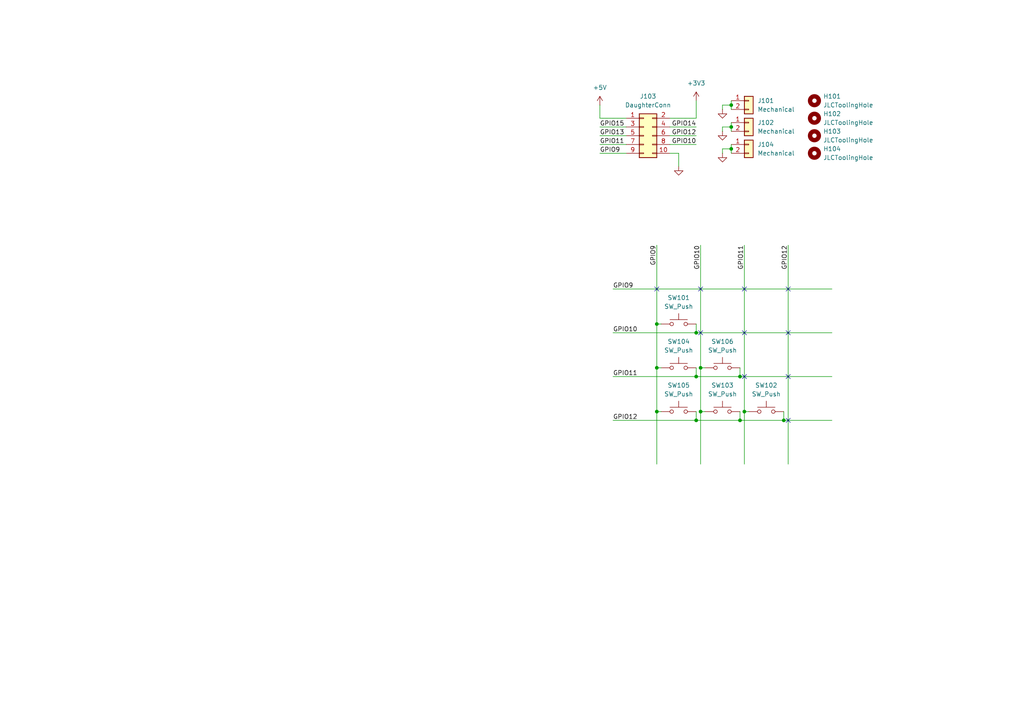
<source format=kicad_sch>
(kicad_sch (version 20231120) (generator "eeschema") (generator_version "8.0")
  (paper "A4")
  (lib_symbols
    (symbol "Connector_Generic:Conn_01x02" (pin_names (offset 1.016) hide)
      (property "Reference" "J" (at 0 2.54 0))
      (property "Value" "Conn_01x02" (at 0 -5.08 0))
      (symbol "Conn_01x02_1_1"
        (rectangle (start -1.27 -2.413) (end 0 -2.667) (stroke (width 0.1524)))
        (rectangle (start -1.27 0.127) (end 0 -0.127) (stroke (width 0.1524)))
        (rectangle (start -1.27 1.27) (end 1.27 -3.81) (stroke (width 0.254)) (fill (type background)))
        (pin passive line (at -5.08 0 0) (length 3.81) (name "Pin_1") (number "1"))
        (pin passive line (at -5.08 -2.54 0) (length 3.81) (name "Pin_2") (number "2"))
      )
    )
    (symbol "Connector_Generic:Conn_02x05_Odd_Even" (pin_names (offset 1.016) hide)
      (property "Reference" "J" (at 1.27 7.62 0))
      (property "Value" "Conn_02x05_Odd_Even" (at 1.27 -7.62 0))
      (symbol "Conn_02x05_Odd_Even_1_1"
        (rectangle (start -1.27 -4.953) (end 0 -5.207) (stroke (width 0.1524)))
        (rectangle (start -1.27 -2.413) (end 0 -2.667) (stroke (width 0.1524)))
        (rectangle (start -1.27 0.127) (end 0 -0.127) (stroke (width 0.1524)))
        (rectangle (start -1.27 2.667) (end 0 2.413) (stroke (width 0.1524)))
        (rectangle (start -1.27 5.207) (end 0 4.953) (stroke (width 0.1524)))
        (rectangle (start -1.27 6.35) (end 3.81 -6.35) (stroke (width 0.254)) (fill (type background)))
        (rectangle (start 3.81 -4.953) (end 2.54 -5.207) (stroke (width 0.1524)))
        (rectangle (start 3.81 -2.413) (end 2.54 -2.667) (stroke (width 0.1524)))
        (rectangle (start 3.81 0.127) (end 2.54 -0.127) (stroke (width 0.1524)))
        (rectangle (start 3.81 2.667) (end 2.54 2.413) (stroke (width 0.1524)))
        (rectangle (start 3.81 5.207) (end 2.54 4.953) (stroke (width 0.1524)))
        (pin passive line (at -5.08 5.08 0) (length 3.81) (name "Pin_1") (number "1"))
        (pin passive line (at 7.62 -5.08 180) (length 3.81) (name "Pin_10") (number "10"))
        (pin passive line (at 7.62 5.08 180) (length 3.81) (name "Pin_2") (number "2"))
        (pin passive line (at -5.08 2.54 0) (length 3.81) (name "Pin_3") (number "3"))
        (pin passive line (at 7.62 2.54 180) (length 3.81) (name "Pin_4") (number "4"))
        (pin passive line (at -5.08 0 0) (length 3.81) (name "Pin_5") (number "5"))
        (pin passive line (at 7.62 0 180) (length 3.81) (name "Pin_6") (number "6"))
        (pin passive line (at -5.08 -2.54 0) (length 3.81) (name "Pin_7") (number "7"))
        (pin passive line (at 7.62 -2.54 180) (length 3.81) (name "Pin_8") (number "8"))
        (pin passive line (at -5.08 -5.08 0) (length 3.81) (name "Pin_9") (number "9"))
      )
    )
    (symbol "Mechanical:MountingHole" (pin_names (offset 1.016))
      (property "Reference" "H" (at 0 5.08 0))
      (property "Value" "MountingHole" (at 0 3.175 0))
      (symbol "MountingHole_0_1"
        (circle (center 0 0) (radius 1.27) (stroke (width 1.27)))
      )
    )
    (symbol "Switch:SW_Push" (pin_numbers hide) (pin_names (offset 1.016) hide)
      (property "Reference" "SW" (at 1.27 2.54 0))
      (property "Value" "SW_Push" (at 0 -1.524 0))
      (symbol "SW_Push_0_1"
        (circle (center -2.032 0) (radius 0.508))
        (polyline (pts (xy 0 1.27) (xy 0 3.048)))
        (polyline (pts (xy 2.54 1.27) (xy -2.54 1.27)))
        (circle (center 2.032 0) (radius 0.508))
        (pin passive line (at -5.08 0 0) (length 2.54) (name "1") (number "1"))
        (pin passive line (at 5.08 0 180) (length 2.54) (name "2") (number "2"))
      )
    )
    (symbol "power:+3V3" (power) (pin_numbers hide) (pin_names (offset 0) hide)
      (property "Value" "+3V3" (at 0 3.556 0))
      (symbol "+3V3_0_1"
        (polyline (pts (xy -0.762 1.27) (xy 0 2.54)))
        (polyline (pts (xy 0 0) (xy 0 2.54)))
        (polyline (pts (xy 0 2.54) (xy 0.762 1.27)))
      )
      (symbol "+3V3_1_1"
        (pin power_in line (at 0 0 90) (length 0) (name "~") (number "1"))
      )
    )
    (symbol "power:+5V" (power) (pin_numbers hide) (pin_names (offset 0) hide)
      (property "Value" "+5V" (at 0 3.556 0))
      (symbol "+5V_0_1"
        (polyline (pts (xy -0.762 1.27) (xy 0 2.54)))
        (polyline (pts (xy 0 0) (xy 0 2.54)))
        (polyline (pts (xy 0 2.54) (xy 0.762 1.27)))
      )
      (symbol "+5V_1_1"
        (pin power_in line (at 0 0 90) (length 0) (name "~") (number "1"))
      )
    )
    (symbol "power:GND" (power) (pin_numbers hide) (pin_names (offset 0) hide)
      (property "Value" "GND" (at 0 -3.81 0))
      (symbol "GND_0_1"
        (polyline (pts (xy 0 0) (xy 0 -1.27) (xy 1.27 -1.27) (xy 0 -2.54) (xy -1.27 -1.27) (xy 0 -1.27)))
      )
      (symbol "GND_1_1"
        (pin power_in line (at 0 0 270) (length 0) (name "~") (number "1"))
      )
    )
  )
  (junction (at 214.63 109.22))
  (junction (at 212.09 30.48))
  (junction (at 214.63 121.92))
  (junction (at 190.5 106.68))
  (junction (at 190.5 93.98))
  (junction (at 201.93 121.92))
  (junction (at 201.93 109.22))
  (junction (at 212.09 36.83))
  (junction (at 201.93 96.52))
  (junction (at 212.09 43.18))
  (junction (at 215.9 119.38))
  (junction (at 203.2 106.68))
  (junction (at 203.2 119.38))
  (junction (at 227.33 121.92))
  (junction (at 190.5 119.38))
  (no_connect (at 228.6 109.22))
  (no_connect (at 215.9 83.82))
  (no_connect (at 215.9 109.22))
  (no_connect (at 228.6 83.82))
  (no_connect (at 215.9 96.52))
  (no_connect (at 203.2 96.52))
  (no_connect (at 203.2 83.82))
  (no_connect (at 228.6 121.92))
  (no_connect (at 228.6 96.52))
  (no_connect (at 190.5 83.82))
  (wire (pts (xy 201.93 39.37) (xy 194.31 39.37)))
  (wire (pts (xy 177.8 96.52) (xy 201.93 96.52)))
  (wire (pts (xy 177.8 121.92) (xy 201.93 121.92)))
  (wire (pts (xy 201.93 109.22) (xy 214.63 109.22)))
  (wire (pts (xy 181.61 34.29) (xy 173.99 34.29)))
  (wire (pts (xy 196.85 44.45) (xy 196.85 48.26)))
  (wire (pts (xy 177.8 109.22) (xy 201.93 109.22)))
  (wire (pts (xy 201.93 119.38) (xy 201.93 121.92)))
  (wire (pts (xy 194.31 34.29) (xy 201.93 34.29)))
  (wire (pts (xy 214.63 109.22) (xy 241.3 109.22)))
  (wire (pts (xy 190.5 93.98) (xy 191.77 93.98)))
  (wire (pts (xy 203.2 119.38) (xy 203.2 106.68)))
  (wire (pts (xy 190.5 119.38) (xy 191.77 119.38)))
  (wire (pts (xy 203.2 134.62) (xy 203.2 119.38)))
  (wire (pts (xy 215.9 119.38) (xy 217.17 119.38)))
  (wire (pts (xy 209.55 31.75) (xy 209.55 30.48)))
  (wire (pts (xy 173.99 39.37) (xy 181.61 39.37)))
  (wire (pts (xy 227.33 121.92) (xy 241.3 121.92)))
  (wire (pts (xy 190.5 106.68) (xy 191.77 106.68)))
  (wire (pts (xy 212.09 29.21) (xy 212.09 30.48)))
  (wire (pts (xy 203.2 106.68) (xy 204.47 106.68)))
  (wire (pts (xy 212.09 30.48) (xy 212.09 31.75)))
  (wire (pts (xy 212.09 36.83) (xy 212.09 38.1)))
  (wire (pts (xy 203.2 119.38) (xy 204.47 119.38)))
  (wire (pts (xy 190.5 93.98) (xy 190.5 71.12)))
  (wire (pts (xy 173.99 30.48) (xy 173.99 34.29)))
  (wire (pts (xy 190.5 119.38) (xy 190.5 106.68)))
  (wire (pts (xy 201.93 96.52) (xy 241.3 96.52)))
  (wire (pts (xy 214.63 106.68) (xy 214.63 109.22)))
  (wire (pts (xy 173.99 41.91) (xy 181.61 41.91)))
  (wire (pts (xy 177.8 83.82) (xy 241.3 83.82)))
  (wire (pts (xy 209.55 38.1) (xy 209.55 36.83)))
  (wire (pts (xy 190.5 106.68) (xy 190.5 93.98)))
  (wire (pts (xy 227.33 119.38) (xy 227.33 121.92)))
  (wire (pts (xy 209.55 44.45) (xy 209.55 43.18)))
  (wire (pts (xy 203.2 106.68) (xy 203.2 71.12)))
  (wire (pts (xy 201.93 41.91) (xy 194.31 41.91)))
  (wire (pts (xy 201.93 36.83) (xy 194.31 36.83)))
  (wire (pts (xy 173.99 44.45) (xy 181.61 44.45)))
  (wire (pts (xy 173.99 36.83) (xy 181.61 36.83)))
  (wire (pts (xy 228.6 134.62) (xy 228.6 71.12)))
  (wire (pts (xy 190.5 134.62) (xy 190.5 119.38)))
  (wire (pts (xy 209.55 36.83) (xy 212.09 36.83)))
  (wire (pts (xy 201.93 29.21) (xy 201.93 34.29)))
  (wire (pts (xy 214.63 119.38) (xy 214.63 121.92)))
  (wire (pts (xy 212.09 41.91) (xy 212.09 43.18)))
  (wire (pts (xy 201.93 106.68) (xy 201.93 109.22)))
  (wire (pts (xy 209.55 43.18) (xy 212.09 43.18)))
  (wire (pts (xy 215.9 134.62) (xy 215.9 119.38)))
  (wire (pts (xy 215.9 119.38) (xy 215.9 71.12)))
  (wire (pts (xy 201.93 121.92) (xy 214.63 121.92)))
  (wire (pts (xy 209.55 30.48) (xy 212.09 30.48)))
  (wire (pts (xy 194.31 44.45) (xy 196.85 44.45)))
  (wire (pts (xy 201.93 93.98) (xy 201.93 96.52)))
  (wire (pts (xy 212.09 35.56) (xy 212.09 36.83)))
  (wire (pts (xy 214.63 121.92) (xy 227.33 121.92)))
  (wire (pts (xy 212.09 43.18) (xy 212.09 44.45)))
  (label "GPIO9" (at 177.8 83.82 0))
  (label "GPIO12" (at 201.93 39.37 180))
  (label "GPIO13" (at 173.99 39.37 0))
  (label "GPIO14" (at 201.93 36.83 180))
  (label "GPIO12" (at 177.8 121.92 0))
  (label "GPIO11" (at 177.8 109.22 0))
  (label "GPIO9" (at 173.99 44.45 0))
  (label "GPIO15" (at 173.99 36.83 0))
  (label "GPIO10" (at 203.2 71.12 270))
  (label "GPIO11" (at 173.99 41.91 0))
  (label "GPIO12" (at 228.6 71.12 270))
  (label "GPIO9" (at 190.5 71.12 270))
  (label "GPIO11" (at 215.9 71.12 270))
  (label "GPIO10" (at 177.8 96.52 0))
  (label "GPIO10" (at 201.93 41.91 180))
  (symbol (lib_id "Mechanical:MountingHole") (at 236.22 34.29 0) (unit 1) (in_bom no)
    (property "Reference" "H102" (at 238.76 33.0199 0) (effects (justify left)))
    (property "Value" "JLCToolingHole" (at 238.76 35.5599 0) (effects (justify left)))
    (property "Footprint" "led-matrix:jlcpcb-tooling-hole" (effects (hide yes)))
    (property "Description" "Tooling hole" (effects (hide yes)))
  )
  (symbol (lib_id "power:+3V3") (at 201.93 29.21 0) (unit 1)
    (property "Reference" "#PWR0104" (effects (hide yes)))
    (property "Value" "+3V3" (at 201.93 24.13 0))
    (property "Description" "Power symbol creates a global label with name \"+3V3\"" (effects (hide yes)))
  )
  (symbol (lib_id "power:GND") (at 196.85 48.26 0) (unit 1)
    (property "Reference" "#PWR0108" (effects (hide yes)))
    (property "Value" "GND" (effects (hide yes)))
    (property "Description" "Power symbol creates a global label with name \"GND\" , ground" (effects (hide yes)))
  )
  (symbol (lib_id "Switch:SW_Push") (at 196.85 93.98 0) (unit 1)
    (property "Reference" "SW101" (at 196.85 86.36 0))
    (property "Value" "SW_Push" (at 196.85 88.9 0))
    (property "Footprint" "Button_Switch_SMD:SW_Push_1P1T_NO_CK_KSC6xxJ" (effects (hide yes)))
    (property "Description" "Push button switch, generic, two pins" (effects (hide yes)))
  )
  (symbol (lib_id "Switch:SW_Push") (at 196.85 119.38 0) (unit 1)
    (property "Reference" "SW105" (at 196.85 111.76 0))
    (property "Value" "SW_Push" (at 196.85 114.3 0))
    (property "Footprint" "Button_Switch_SMD:SW_Push_1P1T_NO_CK_KSC6xxJ" (effects (hide yes)))
    (property "Description" "Push button switch, generic, two pins" (effects (hide yes)))
  )
  (symbol (lib_id "Switch:SW_Push") (at 222.25 119.38 0) (unit 1)
    (property "Reference" "SW102" (at 222.25 111.76 0))
    (property "Value" "SW_Push" (at 222.25 114.3 0))
    (property "Footprint" "Button_Switch_SMD:SW_Push_1P1T_NO_CK_KSC6xxJ" (effects (hide yes)))
    (property "Description" "Push button switch, generic, two pins" (effects (hide yes)))
  )
  (symbol (lib_id "Mechanical:MountingHole") (at 236.22 39.37 0) (unit 1) (in_bom no)
    (property "Reference" "H103" (at 238.76 38.0999 0) (effects (justify left)))
    (property "Value" "JLCToolingHole" (at 238.76 40.6399 0) (effects (justify left)))
    (property "Footprint" "led-matrix:jlcpcb-tooling-hole" (effects (hide yes)))
    (property "Description" "Tooling hole" (effects (hide yes)))
  )
  (symbol (lib_id "power:+5V") (at 173.99 30.48 0) (mirror y) (unit 1)
    (property "Reference" "#PWR0105" (effects (hide yes)))
    (property "Value" "+5V" (at 173.99 25.4 0))
    (property "Description" "Power symbol creates a global label with name \"+5V\"" (effects (hide yes)))
  )
  (symbol (lib_id "Connector_Generic:Conn_02x05_Odd_Even") (at 186.69 39.37 0) (unit 1) (in_bom no)
    (property "Reference" "J103" (at 187.96 27.94 0))
    (property "Value" "DaughterConn" (at 187.96 30.48 0))
    (property "Footprint" "Connector_PinSocket_2.54mm:PinSocket_2x05_P2.54mm_Vertical" (effects (hide yes)))
    (property "Description" "Generic connector, double row, 02x05, odd/even pin numbering scheme (row 1 odd numbers, row 2 even numbers), script generated (kicad-library-utils/schlib/autogen/connector/)" (effects (hide yes)))
  )
  (symbol (lib_id "Switch:SW_Push") (at 209.55 106.68 0) (unit 1)
    (property "Reference" "SW106" (at 209.55 99.06 0))
    (property "Value" "SW_Push" (at 209.55 101.6 0))
    (property "Footprint" "Button_Switch_SMD:SW_Push_1P1T_NO_CK_KSC6xxJ" (effects (hide yes)))
    (property "Description" "Push button switch, generic, two pins" (effects (hide yes)))
  )
  (symbol (lib_id "Connector_Generic:Conn_01x02") (at 217.17 35.56 0) (unit 1) (in_bom no)
    (property "Reference" "J102" (at 219.71 35.5599 0) (effects (justify left)))
    (property "Value" "Mechanical" (at 219.71 38.0999 0) (effects (justify left)))
    (property "Footprint" "Connector_PinHeader_2.54mm:PinHeader_1x02_P2.54mm_Vertical" (effects (hide yes)))
    (property "Description" "Generic connector, single row, 01x02, script generated (kicad-library-utils/schlib/autogen/connector/)" (effects (hide yes)))
  )
  (symbol (lib_id "Mechanical:MountingHole") (at 236.22 44.45 0) (unit 1) (in_bom no)
    (property "Reference" "H104" (at 238.76 43.1799 0) (effects (justify left)))
    (property "Value" "JLCToolingHole" (at 238.76 45.7199 0) (effects (justify left)))
    (property "Footprint" "led-matrix:jlcpcb-tooling-hole" (effects (hide yes)))
    (property "Description" "Tooling hole" (effects (hide yes)))
  )
  (symbol (lib_id "Connector_Generic:Conn_01x02") (at 217.17 29.21 0) (unit 1) (in_bom no)
    (property "Reference" "J101" (at 219.71 29.2099 0) (effects (justify left)))
    (property "Value" "Mechanical" (at 219.71 31.7499 0) (effects (justify left)))
    (property "Footprint" "Connector_PinHeader_2.54mm:PinHeader_1x02_P2.54mm_Vertical" (effects (hide yes)))
    (property "Description" "Generic connector, single row, 01x02, script generated (kicad-library-utils/schlib/autogen/connector/)" (effects (hide yes)))
  )
  (symbol (lib_id "Switch:SW_Push") (at 196.85 106.68 0) (unit 1)
    (property "Reference" "SW104" (at 196.85 99.06 0))
    (property "Value" "SW_Push" (at 196.85 101.6 0))
    (property "Footprint" "Button_Switch_SMD:SW_Push_1P1T_NO_CK_KSC6xxJ" (effects (hide yes)))
    (property "Description" "Push button switch, generic, two pins" (effects (hide yes)))
  )
  (symbol (lib_id "power:GND") (at 209.55 38.1 0) (unit 1)
    (property "Reference" "#PWR0102" (effects (hide yes)))
    (property "Value" "GND" (effects (hide yes)))
    (property "Description" "Power symbol creates a global label with name \"GND\" , ground" (effects (hide yes)))
  )
  (symbol (lib_id "Connector_Generic:Conn_01x02") (at 217.17 41.91 0) (unit 1) (in_bom no)
    (property "Reference" "J104" (at 219.71 41.9099 0) (effects (justify left)))
    (property "Value" "Mechanical" (at 219.71 44.4499 0) (effects (justify left)))
    (property "Footprint" "Connector_PinHeader_2.54mm:PinHeader_1x02_P2.54mm_Vertical" (effects (hide yes)))
    (property "Description" "Generic connector, single row, 01x02, script generated (kicad-library-utils/schlib/autogen/connector/)" (effects (hide yes)))
  )
  (symbol (lib_id "Mechanical:MountingHole") (at 236.22 29.21 0) (unit 1) (in_bom no)
    (property "Reference" "H101" (at 238.76 27.9399 0) (effects (justify left)))
    (property "Value" "JLCToolingHole" (at 238.76 30.4799 0) (effects (justify left)))
    (property "Footprint" "led-matrix:jlcpcb-tooling-hole" (effects (hide yes)))
    (property "Description" "Tooling hole" (effects (hide yes)))
  )
  (symbol (lib_id "power:GND") (at 209.55 44.45 0) (unit 1)
    (property "Reference" "#PWR0103" (effects (hide yes)))
    (property "Value" "GND" (effects (hide yes)))
    (property "Description" "Power symbol creates a global label with name \"GND\" , ground" (effects (hide yes)))
  )
  (symbol (lib_id "Switch:SW_Push") (at 209.55 119.38 0) (unit 1)
    (property "Reference" "SW103" (at 209.55 111.76 0))
    (property "Value" "SW_Push" (at 209.55 114.3 0))
    (property "Footprint" "Button_Switch_SMD:SW_Push_1P1T_NO_CK_KSC6xxJ" (effects (hide yes)))
    (property "Description" "Push button switch, generic, two pins" (effects (hide yes)))
  )
  (symbol (lib_id "power:GND") (at 209.55 31.75 0) (unit 1)
    (property "Reference" "#PWR0101" (effects (hide yes)))
    (property "Value" "GND" (effects (hide yes)))
    (property "Description" "Power symbol creates a global label with name \"GND\" , ground" (effects (hide yes)))
  )
)
</source>
